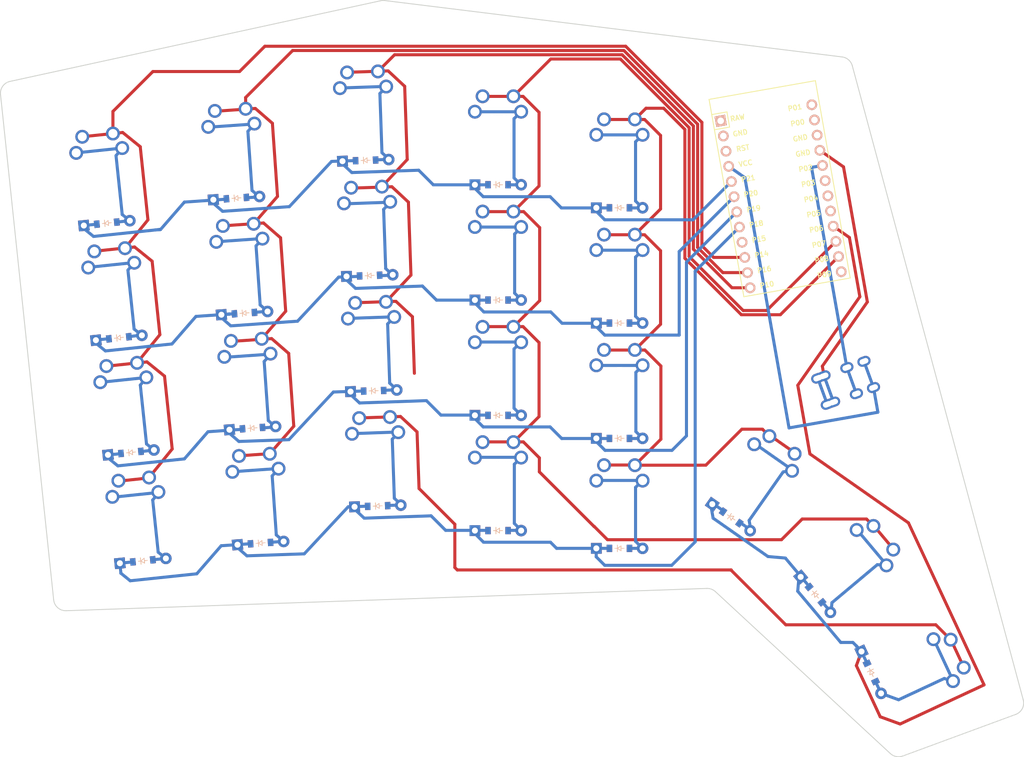
<source format=kicad_pcb>
(kicad_pcb (version 20221018) (generator pcbnew)
  (title_block (title "gurka") (rev "v1.0.0") (company "Unknown"))
  (layers (0 "F.Cu" signal) (31 "B.Cu" signal) (34 "B.Paste" user) (35 "F.Paste" user) (36 "B.SilkS" user "B.Silkscreen") (37 "F.SilkS" user "F.Silkscreen") (38 "B.Mask" user) (39 "F.Mask" user) (44 "Edge.Cuts" user))
  (net 0 "")
  (net 1 "P14")
  (net 2 "pinky_mod")
  (net 3 "pinky_bottom")
  (net 4 "pinky_home")
  (net 5 "pinky_top")
  (net 6 "P16")
  (net 7 "ring_mod")
  (net 8 "ring_bottom")
  (net 9 "ring_home")
  (net 10 "ring_top")
  (net 11 "P10")
  (net 12 "middle_mod")
  (net 13 "middle_bottom")
  (net 14 "middle_home")
  (net 15 "middle_top")
  (net 16 "P7")
  (net 17 "index_mod")
  (net 18 "index_bottom")
  (net 19 "index_home")
  (net 20 "index_top")
  (net 21 "P8")
  (net 22 "inner_mod")
  (net 23 "inner_bottom")
  (net 24 "inner_home")
  (net 25 "inner_top")
  (net 26 "tucky_default")
  (net 27 "reachy_default")
  (net 28 "fary_default")
  (net 29 "P18")
  (net 30 "P19")
  (net 31 "P20")
  (net 32 "P21")
  (net 33 "P6")
  (net 34 "RAW")
  (net 35 "GND")
  (net 36 "RST")
  (net 37 "VCC")
  (net 38 "P15")
  (net 39 "P1")
  (net 40 "P0")
  (net 41 "P2")
  (net 42 "P3")
  (net 43 "P4")
  (net 44 "P5")
  (net 45 "P9")
  (footprint "MX" (layer "F.Cu") (at 102.728972 107.886733 6)
    (fp_text reference "S1" hide)
    (fp_text value "" hide)
  )
  (footprint "ComboDiode" (layer "F.Cu") (at 162.19434 111.322134)
    (fp_text reference "D13" hide)
    (fp_text value "" hide)
  )
  (footprint "ComboDiode" (layer "F.Cu") (at 141.046094 69.290384 2)
    (fp_text reference "D11" hide)
    (fp_text value "" hide)
  )
  (footprint "ComboDiode" (layer "F.Cu") (at 200.600008 109.148985 -35)
    (fp_text reference "D21" hide)
    (fp_text value "" hide)
  )
  (footprint "ComboDiode" (layer "F.Cu") (at 182.194331 114.249997)
    (fp_text reference "D17" hide)
    (fp_text value "" hide)
  )
  (footprint "ComboDiode" (layer "F.Cu") (at 223.669375 134.698397 -65)
    (fp_text reference "D23" hide)
    (fp_text value "" hide)
  )
  (footprint "MX" (layer "F.Cu") (at 141.377662 78.784582 2)
    (fp_text reference "S10" hide)
    (fp_text value "" hide)
  )
  (footprint "MX" (layer "F.Cu") (at 221.765876 115.768917 -50)
    (fp_text reference "S22" hide)
    (fp_text value "" hide)
  )
  (footprint "MX" (layer "F.Cu") (at 162.194332 44.822133)
    (fp_text reference "S16" hide)
    (fp_text value "" hide)
  )
  (footprint "ComboDiode" (layer "F.Cu") (at 214.488441 121.875374 -50)
    (fp_text reference "D22" hide)
    (fp_text value "" hide)
  )
  (footprint "ComboDiode" (layer "F.Cu") (at 162.194336 73.322122)
    (fp_text reference "D15" hide)
    (fp_text value "" hide)
  )
  (footprint "MX" (layer "F.Cu") (at 182.194328 105.622139)
    (fp_text reference "S17" hide)
    (fp_text value "" hide)
  )
  (footprint "MX" (layer "F.Cu") (at 162.194337 63.822132)
    (fp_text reference "S15" hide)
    (fp_text value "" hide)
  )
  (footprint "ComboDiode" (layer "F.Cu") (at 97.763873 60.64695 6)
    (fp_text reference "D4" hide)
    (fp_text value "" hide)
  )
  (footprint "MX" (layer "F.Cu") (at 182.194342 86.622135)
    (fp_text reference "S18" hide)
    (fp_text value "" hide)
  )
  (footprint "MX" (layer "F.Cu") (at 122.420815 103.906561 4)
    (fp_text reference "S5" hide)
    (fp_text value "" hide)
  )
  (footprint "ProMicro" (layer "F.Cu") (at 208.79434 56.222128 -80)
    (fp_text reference "MCU1" hide)
    (fp_text value "" hide)
  )
  (footprint "ComboDiode" (layer "F.Cu") (at 101.735957 98.43876 6)
    (fp_text reference "D2" hide)
    (fp_text value "" hide)
  )
  (footprint "MX" (layer "F.Cu") (at 118.444688 47.045426 4)
    (fp_text reference "S8" hide)
    (fp_text value "" hide)
  )
  (footprint "ComboDiode" (layer "F.Cu") (at 182.194332 58.122118)
    (fp_text reference "D20" hide)
    (fp_text value "" hide)
  )
  (footprint "MX" (layer "F.Cu") (at 98.756896 70.09489 6)
    (fp_text reference "S3" hide)
    (fp_text value "" hide)
  )
  (footprint "MX" (layer "F.Cu") (at 96.770859 51.198982 6)
    (fp_text reference "S4" hide)
    (fp_text value "" hide)
  )
  (footprint "ComboDiode" (layer "F.Cu") (at 182.194339 96.122124)
    (fp_text reference "D18" hide)
    (fp_text value "" hide)
  )
  (footprint "ComboDiode" (layer "F.Cu") (at 121.758128 94.429709 4)
    (fp_text reference "D6" hide)
    (fp_text value "" hide)
  )
  (footprint "ComboDiode" (layer "F.Cu") (at 142.372292 107.267236 2)
    (fp_text reference "D9" hide)
    (fp_text value "" hide)
  )
  (footprint "MX" (layer "F.Cu") (at 162.194335 101.822124)
    (fp_text reference "S13" hide)
    (fp_text value "" hide)
  )
  (footprint "MX" (layer "F.Cu") (at 182.194341 48.622129)
    (fp_text reference "S20" hide)
    (fp_text value "" hide)
  )
  (footprint "TRRS-PJ-320A-dual" (layer "F.Cu") (at 227.045651 86.651302 -70)
    (fp_text reference "TRRS1")
    (fp_text value "TRRS-PJ-320A-dual")
  )
  (footprint "MX" (layer "F.Cu") (at 206.048989 101.367048 -35)
    (fp_text reference "S21" hide)
    (fp_text value "" hide)
  )
  (footprint "ComboDiode" (layer "F.Cu") (at 99.749921 79.542851 6)
    (fp_text reference "D3" hide)
    (fp_text value "" hide)
  )
  (footprint "MX" (layer "F.Cu") (at 140.051473 40.807728 2)
    (fp_text reference "S12" hide)
    (fp_text value "" hide)
  )
  (footprint "ComboDiode" (layer "F.Cu") (at 120.432742 75.475991 4)
    (fp_text reference "D7" hide)
    (fp_text value "" hide)
  )
  (footprint "MX" (layer "F.Cu") (at 162.194338 82.822112)
    (fp_text reference "S14" hide)
    (fp_text value "" hide)
  )
  (footprint "ComboDiode" (layer "F.Cu") (at 162.19432 54.322125)
    (fp_text reference "D16" hide)
    (fp_text value "" hide)
  )
  (footprint "MX" (layer "F.Cu") (at 140.71456 59.796163 2)
    (fp_text reference "S11" hide)
    (fp_text value "" hide)
  )
  (footprint "ComboDiode" (layer "F.Cu") (at 140.383018 50.301939 2)
    (fp_text reference "D12" hide)
    (fp_text value "" hide)
  )
  (footprint "MX" (layer "F.Cu") (at 119.770067 65.999124 4)
    (fp_text reference "S7" hide)
    (fp_text value "" hide)
  )
  (footprint "ComboDiode" (layer "F.Cu") (at 141.709203 88.278797 2)
    (fp_text reference "D10" hide)
    (fp_text value "" hide)
  )
  (footprint "MX" (layer "F.Cu") (at 233.219721 133.747852 -65)
    (fp_text reference "S23" hide)
    (fp_text value "" hide)
  )
  (footprint "ComboDiode" (layer "F.Cu") (at 162.194342 92.322123)
    (fp_text reference "D14" hide)
    (fp_text value "" hide)
  )
  (footprint "MX" (layer "F.Cu") (at 100.742932 88.990808 6)
    (fp_text reference "S2" hide)
    (fp_text value "" hide)
  )
  (footprint "ComboDiode" (layer "F.Cu") (at 123.083499 113.383439 4)
    (fp_text reference "D5" hide)
    (fp_text value "" hide)
  )
  (footprint "ComboDiode" (layer "F.Cu") (at 103.698191 116.305847 6)
    (fp_text reference "D1" hide)
    (fp_text value "" hide)
  )
  (footprint "MX" (layer "F.Cu") (at 121.095459 84.95286 4)
    (fp_text reference "S6" hide)
    (fp_text value "" hide)
  )
  (footprint "ComboDiode" (layer "F.Cu") (at 119.10738 56.52228 4)
    (fp_text reference "D8" hide)
    (fp_text value "" hide)
  )
  (footprint "MX" (layer "F.Cu") (at 182.194341 67.622121)
    (fp_text reference "S19" hide)
    (fp_text value "" hide)
  )
  (footprint "MX" (layer "F.Cu") (at 142.040758 97.773011 2)
    (fp_text reference "S9" hide)
    (fp_text value "" hide)
  )
  (footprint "ComboDiode" (layer "F.Cu") (at 182.194328 77.12212)
    (fp_text reference "D19" hide)
    (fp_text value "" hide)
  )
  (gr_arc (start 91.064833 124.527356) (mid 89.683008 124.037941) (end 89.00614 122.73763) (stroke (width 0.15)) (layer "Edge.Cuts"))
  (gr_arc (start 218.858271 33.257286) (mid 219.924905 33.732305) (end 220.544537 34.721961) (stroke (width 0.15)) (layer "Edge.Cuts"))
  (gr_line (start 89.00614 122.73763) (end 80.252578 39.45304) (stroke (width 0.15)) (layer "Edge.Cuts"))
  (gr_arc (start 196.570439 120.850836) (mid 197.337426 120.975132) (end 197.999171 121.382338) (stroke (width 0.15)) (layer "Edge.Cuts"))
  (gr_line (start 143.532208 23.963815) (end 218.858271 33.257285) (stroke (width 0.15)) (layer "Edge.Cuts"))
  (gr_line (start 226.805721 148.064075) (end 197.999171 121.382338) (stroke (width 0.15)) (layer "Edge.Cuts"))
  (gr_line (start 81.816016 37.289794) (end 142.861706 23.994575) (stroke (width 0.15)) (layer "Edge.Cuts"))
  (gr_arc (start 248.697031 139.219255) (mid 248.542431 140.658149) (end 247.457667 141.61606) (stroke (width 0.15)) (layer "Edge.Cuts"))
  (gr_arc (start 142.861706 23.994575) (mid 143.195657 23.950867) (end 143.532208 23.963815) (stroke (width 0.15)) (layer "Edge.Cuts"))
  (gr_line (start 247.457667 141.61606) (end 228.856586 148.473327) (stroke (width 0.15)) (layer "Edge.Cuts"))
  (gr_line (start 220.544537 34.721961) (end 248.697031 139.219255) (stroke (width 0.15)) (layer "Edge.Cuts"))
  (gr_arc (start 80.252578 39.45304) (mid 80.620655 38.072467) (end 81.816016 37.289794) (stroke (width 0.15)) (layer "Edge.Cuts"))
  (gr_arc (start 228.856587 148.47333) (mid 227.773401 148.558115) (end 226.805721 148.064075) (stroke (width 0.15)) (layer "Edge.Cuts"))
  (gr_line (start 196.570438 120.850846) (end 91.064833 124.527355) (stroke (width 0.15)) (layer "Edge.Cuts"))
  (segment (start 195.769239 44.045447) (end 195.769233 64.365456) (width 0.5) (layer "F.Cu") (net 1))
  (segment (start 108.527947 97.871641) (end 107.266019 85.865206) (width 0.5) (layer "F.Cu") (net 1))
  (segment (start 197.704038 66.300275) (end 202.833843 66.300261) (width 0.5) (layer "F.Cu") (net 1))
  (segment (start 183.221633 31.49785) (end 195.769239 44.045447) (width 0.5) (layer "F.Cu") (net 1))
  (segment (start 102.738009 83.673131) (end 106.496695 79.031557) (width 0.5) (layer "F.Cu") (net 1))
  (segment (start 105.22422 66.92487) (end 102.332733 64.583402) (width 0.5) (layer "F.Cu") (net 1))
  (segment (start 98.765941 45.881309) (end 98.76594 42.24275) (width 0.5) (layer "F.Cu") (net 1))
  (segment (start 99.756562 103.164035) (end 104.808741 102.63303) (width 0.5) (layer "F.Cu") (net 1))
  (segment (start 106.496695 79.031557) (end 105.22422 66.92487) (width 0.5) (layer "F.Cu") (net 1))
  (segment (start 195.769233 64.365456) (end 197.704038 66.300275) (width 0.5) (layer "F.Cu") (net 1))
  (segment (start 123.785632 31.497866) (end 183.221633 31.49785) (width 0.5) (layer "F.Cu") (net 1))
  (segment (start 93.713759 46.412307) (end 98.765939 45.881312) (width 0.5) (layer "F.Cu") (net 1))
  (segment (start 104.532076 60.109198) (end 103.265006 48.05382) (width 0.5) (layer "F.Cu") (net 1))
  (segment (start 104.374529 83.523734) (end 97.714774 84.223692) (width 0.5) (layer "F.Cu") (net 1))
  (segment (start 100.751987 64.777222) (end 104.532076 60.109198) (width 0.5) (layer "F.Cu") (net 1))
  (segment (start 105.345241 35.66345) (end 119.620037 35.663461) (width 0.5) (layer "F.Cu") (net 1))
  (segment (start 102.332733 64.583402) (end 95.672984 65.283371) (width 0.5) (layer "F.Cu") (net 1))
  (segment (start 107.266019 85.865206) (end 104.374529 83.523734) (width 0.5) (layer "F.Cu") (net 1))
  (segment (start 98.76594 42.24275) (end 105.345241 35.66345) (width 0.5) (layer "F.Cu") (net 1))
  (segment (start 100.373515 45.712341) (end 98.765939 45.881312) (width 0.5) (layer "F.Cu") (net 1))
  (segment (start 104.72405 102.569055) (end 108.527947 97.871641) (width 0.5) (layer "F.Cu") (net 1))
  (segment (start 103.265006 48.05382) (end 100.373515 45.712341) (width 0.5) (layer "F.Cu") (net 1))
  (segment (start 119.620037 35.663461) (end 123.785632 31.497866) (width 0.5) (layer "F.Cu") (net 1))
  (segment (start 98.759031 105.82286) (end 106.337274 105.026358) (width 0.5) (layer "B.Cu") (net 2))
  (segment (start 106.337274 105.026358) (end 105.32001 106.282583) (width 0.5) (layer "B.Cu") (net 2))
  (segment (start 105.32001 106.282583) (end 106.224133 114.88468) (width 0.5) (layer "B.Cu") (net 2))
  (segment (start 107.487326 115.907591) (end 105.33915 116.133369) (width 0.5) (layer "B.Cu") (net 2))
  (segment (start 106.224133 114.88468) (end 107.487326 115.907591) (width 0.5) (layer "B.Cu") (net 2))
  (segment (start 96.717243 86.882545) (end 104.295497 86.086039) (width 0.5) (layer "B.Cu") (net 3))
  (segment (start 104.297796 97.04281) (end 105.55402 98.060068) (width 0.5) (layer "B.Cu") (net 3))
  (segment (start 105.55402 98.060068) (end 103.405855 98.285871) (width 0.5) (layer "B.Cu") (net 3))
  (segment (start 103.278238 87.342251) (end 104.297796 97.04281) (width 0.5) (layer "B.Cu") (net 3))
  (segment (start 104.295497 86.086039) (end 103.278238 87.342251) (width 0.5) (layer "B.Cu") (net 3))
  (segment (start 94.675442 67.942211) (end 102.253707 67.145696) (width 0.5) (layer "B.Cu") (net 4))
  (segment (start 103.512227 79.119749) (end 101.364051 79.345518) (width 0.5) (layer "B.Cu") (net 4))
  (segment (start 102.253707 67.145696) (end 101.236439 68.401914) (width 0.5) (layer "B.Cu") (net 4))
  (segment (start 101.236439 68.401914) (end 102.256017 78.102476) (width 0.5) (layer "B.Cu") (net 4))
  (segment (start 102.256017 78.102476) (end 103.512227 79.119749) (width 0.5) (layer "B.Cu") (net 4))
  (segment (start 100.294491 48.274653) (end 99.277215 49.530863) (width 0.5) (layer "B.Cu") (net 5))
  (segment (start 100.29679 59.231425) (end 101.553001 60.248693) (width 0.5) (layer "B.Cu") (net 5))
  (segment (start 101.553001 60.248693) (end 99.404832 60.474459) (width 0.5) (layer "B.Cu") (net 5))
  (segment (start 99.277215 49.530863) (end 100.29679 59.231425) (width 0.5) (layer "B.Cu") (net 5))
  (segment (start 92.716235 49.071137) (end 100.294491 48.274653) (width 0.5) (layer "B.Cu") (net 5))
  (segment (start 116.888369 61.093821) (end 123.5685 60.626711) (width 0.5) (layer "F.Cu") (net 6))
  (segment (start 120.624132 41.800606) (end 120.624145 39.942548) (width 0.5) (layer "F.Cu") (net 6))
  (segment (start 125.87485 56.238754) (end 125.032396 44.191105) (width 0.5) (layer "F.Cu") (net 6))
  (segment (start 121.949519 60.754342) (end 125.87485 56.238754) (width 0.5) (layer "F.Cu") (net 6))
  (segment (start 122.224409 41.750163) (end 115.544278 42.217288) (width 0.5) (layer "F.Cu") (net 6))
  (segment (start 127.714351 82.120414) (end 128.55306 94.114593) (width 0.5) (layer "F.Cu") (net 6))
  (segment (start 195.069234 64.655404) (end 199.215511 68.801681) (width 0.5) (layer "F.Cu") (net 6))
  (segment (start 199.215511 68.801681) (end 203.274908 68.801682) (width 0.5) (layer "F.Cu") (net 6))
  (segment (start 120.624145 39.942548) (end 128.368839 32.197854) (width 0.5) (layer "F.Cu") (net 6))
  (segment (start 124.906341 79.679457) (end 127.714351 82.120414) (width 0.5) (layer "F.Cu") (net 6))
  (segment (start 195.069231 44.340184) (end 195.069234 64.655404) (width 0.5) (layer "F.Cu") (net 6))
  (segment (start 123.5685 60.626711) (end 126.376504 63.067659) (width 0.5) (layer "F.Cu") (net 6))
  (segment (start 182.926921 32.197852) (end 195.069231 44.340184) (width 0.5) (layer "F.Cu") (net 6))
  (segment (start 128.368839 32.197854) (end 182.926921 32.197852) (width 0.5) (layer "F.Cu") (net 6))
  (segment (start 127.222561 75.166771) (end 123.274885 79.708051) (width 0.5) (layer "F.Cu") (net 6))
  (segment (start 118.226215 80.146585) (end 124.906341 79.679457) (width 0.5) (layer "F.Cu") (net 6))
  (segment (start 126.376504 63.067659) (end 127.222561 75.166771) (width 0.5) (layer "F.Cu") (net 6))
  (segment (start 128.55306 94.114593) (end 124.600258 98.661762) (width 0.5) (layer "F.Cu") (net 6))
  (segment (start 125.032396 44.191105) (end 122.224409 41.750163) (width 0.5) (layer "F.Cu") (net 6))
  (segment (start 119.544454 98.998153) (end 124.612058 98.643802) (width 0.5) (layer "F.Cu") (net 6))
  (segment (start 124.99568 102.308967) (end 125.676076 112.039203) (width 0.5) (layer "B.Cu") (net 7))
  (segment (start 126.056163 101.089006) (end 124.99568 102.308967) (width 0.5) (layer "B.Cu") (net 7))
  (segment (start 125.676076 112.039203) (end 126.89604 113.099677) (width 0.5) (layer "B.Cu") (net 7))
  (segment (start 118.454725 101.62056) (end 126.056163 101.089006) (width 0.5) (layer "B.Cu") (net 7))
  (segment (start 126.89604 113.099677) (end 124.74129 113.250365) (width 0.5) (layer "B.Cu") (net 7))
  (segment (start 117.136496 82.769007) (end 124.737925 82.237443) (width 0.5) (layer "B.Cu") (net 8))
  (segment (start 125.577786 94.248121) (end 123.423063 94.398779) (width 0.5) (layer "B.Cu") (net 8))
  (segment (start 123.677447 83.457402) (end 124.357851 93.187631) (width 0.5) (layer "B.Cu") (net 8))
  (segment (start 124.737925 82.237443) (end 123.677447 83.457402) (width 0.5) (layer "B.Cu") (net 8))
  (segment (start 124.357851 93.187631) (end 125.577786 94.248121) (width 0.5) (layer "B.Cu") (net 8))
  (segment (start 115.798665 63.716227) (end 123.400085 63.184687) (width 0.5) (layer "B.Cu") (net 9))
  (segment (start 122.3396 64.404639) (end 123.02 74.134873) (width 0.5) (layer "B.Cu") (net 9))
  (segment (start 123.400085 63.184687) (end 122.3396 64.404639) (width 0.5) (layer "B.Cu") (net 9))
  (segment (start 123.02 74.134873) (end 124.239953 75.195355) (width 0.5) (layer "B.Cu") (net 9))
  (segment (start 124.239953 75.195355) (end 122.085218 75.346038) (width 0.5) (layer "B.Cu") (net 9))
  (segment (start 120.995504 45.528088) (end 121.675888 55.258324) (width 0.5) (layer "B.Cu") (net 10))
  (segment (start 122.05599 44.308132) (end 120.995504 45.528088) (width 0.5) (layer "B.Cu") (net 10))
  (segment (start 114.454535 44.839676) (end 122.05599 44.308132) (width 0.5) (layer "B.Cu") (net 10))
  (segment (start 121.675888 55.258324) (end 122.895842 56.31881) (width 0.5) (layer "B.Cu") (net 10))
  (segment (start 122.895842 56.31881) (end 120.741105 56.469482) (width 0.5) (layer "B.Cu") (net 10))
  (segment (start 200.595229 117.807042) (end 155.48484 117.807059) (width 0.5) (layer "F.Cu") (net 11))
  (segment (start 142.412639 35.642179) (end 145.15697 32.897854) (width 0.5) (layer "F.Cu") (net 11))
  (segment (start 236.838956 129.412091) (end 238.985854 134.01613) (width 0.5) (layer "F.Cu") (net 11))
  (segment (start 200.726968 71.303095) (end 203.715966 71.303097) (width 0.5) (layer "F.Cu") (net 11))
  (segment (start 234.30084 126.849466) (end 236.750309 129.298925) (width 0.5) (layer "F.Cu") (net 11))
  (segment (start 149.18269 104.38363) (end 148.857031 95.057728) (width 0.5) (layer "F.Cu") (net 11))
  (segment (start 194.369238 44.630128) (end 194.369242 64.94536) (width 0.5) (layer "F.Cu") (net 11))
  (segment (start 148.857031 95.057728) (end 146.135922 92.520253) (width 0.5) (layer "F.Cu") (net 11))
  (segment (start 147.852636 69.207508) (end 143.738811 73.619032) (width 0.5) (layer "F.Cu") (net 11))
  (segment (start 194.369242 64.94536) (end 200.726968 71.303095) (width 0.5) (layer "F.Cu") (net 11))
  (segment (start 155.48484 117.807059) (end 155.078442 117.400666) (width 0.5) (layer "F.Cu") (net 11))
  (segment (start 138.678972 73.769878) (end 143.755865 73.59258) (width 0.5) (layer "F.Cu") (net 11))
  (segment (start 155.078435 110.279372) (end 149.18269 104.38363) (width 0.5) (layer "F.Cu") (net 11))
  (segment (start 147.432919 57.18755) (end 147.852636 69.207508) (width 0.5) (layer "F.Cu") (net 11))
  (segment (start 144.520458 92.576667) (end 139.443559 92.75395) (width 0.5) (layer "F.Cu") (net 11))
  (segment (start 148.09242 76.073636) (end 148.418103 85.399533) (width 0.5) (layer "F.Cu") (net 11))
  (segment (start 144.095959 35.559146) (end 146.817071 38.096619) (width 0.5) (layer "F.Cu") (net 11))
  (segment (start 145.371327 73.536176) (end 148.09242 76.073636) (width 0.5) (layer "F.Cu") (net 11))
  (segment (start 209.586833 126.849462) (end 200.595243 117.857856) (width 0.5) (layer "F.Cu") (net 11))
  (segment (start 147.238554 50.166532) (end 143.075736 54.630613) (width 0.5) (layer "F.Cu") (net 11))
  (segment (start 146.817071 38.096619) (end 147.238554 50.166532) (width 0.5) (layer "F.Cu") (net 11))
  (segment (start 137.403593 35.792852) (end 144.095959 35.559146) (width 0.5) (layer "F.Cu") (net 11))
  (segment (start 146.135922 92.520253) (end 144.520458 92.576667) (width 0.5) (layer "F.Cu") (net 11))
  (segment (start 144.711806 54.65009) (end 147.432919 57.18755) (width 0.5) (layer "F.Cu") (net 11))
  (segment (start 145.15697 32.897854) (end 182.636955 32.897858) (width 0.5) (layer "F.Cu") (net 11))
  (segment (start 143.755865 73.59258) (end 145.371327 73.536176) (width 0.5) (layer "F.Cu") (net 11))
  (segment (start 138.019418 54.883793) (end 144.711806 54.65009) (width 0.5) (layer "F.Cu") (net 11))
  (segment (start 182.636955 32.897858) (end 194.369238 44.630128) (width 0.5) (layer "F.Cu") (net 11))
  (segment (start 155.078442 117.400666) (end 155.078435 110.279372) (width 0.5) (layer "F.Cu") (net 11))
  (segment (start 200.595243 117.857856) (end 200.595229 117.807042) (width 0.5) (layer "F.Cu") (net 11))
  (segment (start 209.586833 126.849462) (end 234.30084 126.849466) (width 0.5) (layer "F.Cu") (net 11))
  (segment (start 138.262976 95.336741) (end 145.878336 95.070797) (width 0.5) (layer "B.Cu") (net 12))
  (segment (start 146.298524 107.103458) (end 144.13984 107.17884) (width 0.5) (layer "B.Cu") (net 12))
  (segment (start 144.77591 96.252996) (end 145.116304 106.001041) (width 0.5) (layer "B.Cu") (net 12))
  (segment (start 145.116304 106.001041) (end 146.298524 107.103458) (width 0.5) (layer "B.Cu") (net 12))
  (segment (start 145.878336 95.070797) (end 144.77591 96.252996) (width 0.5) (layer "B.Cu") (net 12))
  (segment (start 144.35172 87.016956) (end 145.533922 88.119383) (width 0.5) (layer "B.Cu") (net 13))
  (segment (start 145.113739 76.086717) (end 144.011308 77.268909) (width 0.5) (layer "B.Cu") (net 13))
  (segment (start 145.533922 88.119383) (end 143.375235 88.194768) (width 0.5) (layer "B.Cu") (net 13))
  (segment (start 137.498355 76.352655) (end 145.113739 76.086717) (width 0.5) (layer "B.Cu") (net 13))
  (segment (start 144.011308 77.268909) (end 144.35172 87.016956) (width 0.5) (layer "B.Cu") (net 13))
  (segment (start 143.351799 58.382823) (end 143.692209 68.130873) (width 0.5) (layer "B.Cu") (net 14))
  (segment (start 136.838849 57.466548) (end 144.454207 57.200626) (width 0.5) (layer "B.Cu") (net 14))
  (segment (start 143.692209 68.130873) (end 144.874401 69.233293) (width 0.5) (layer "B.Cu") (net 14))
  (segment (start 144.454207 57.200626) (end 143.351799 58.382823) (width 0.5) (layer "B.Cu") (net 14))
  (segment (start 144.874401 69.233293) (end 142.715713 69.308679) (width 0.5) (layer "B.Cu") (net 14))
  (segment (start 143.838372 38.109692) (end 142.735959 39.291883) (width 0.5) (layer "B.Cu") (net 15))
  (segment (start 142.735959 39.291883) (end 143.076372 49.039927) (width 0.5) (layer "B.Cu") (net 15))
  (segment (start 136.223008 38.375627) (end 143.838372 38.109692) (width 0.5) (layer "B.Cu") (net 15))
  (segment (start 143.076372 49.039927) (end 144.258568 50.142355) (width 0.5) (layer "B.Cu") (net 15))
  (segment (start 144.258568 50.142355) (end 142.099886 50.21774) (width 0.5) (layer "B.Cu") (net 15))
  (segment (start 178.040046 110.644247) (end 180.223371 112.827584) (width 0.5) (layer "F.Cu") (net 16))
  (segment (start 169.000733 99.334516) (end 169.000729 101.638077) (width 0.5) (layer "F.Cu") (net 16))
  (segment (start 159.67342 96.703621) (end 166.369846 96.703623) (width 0.5) (layer "F.Cu") (net 16))
  (segment (start 208.876714 112.827587) (end 212.289512 109.414798) (width 0.5) (layer "F.Cu") (net 16))
  (segment (start 168.949959 92.526521) (end 164.734335 96.742121) (width 0.5) (layer "F.Cu") (net 16))
  (segment (start 206.447977 75.048197) (end 217.842316 63.653875) (width 0.5) (layer "F.Cu") (net 16))
  (segment (start 166.319054 39.756825) (end 168.949946 42.387693) (width 0.5) (layer "F.Cu") (net 16))
  (segment (start 212.289512 109.414798) (end 222.881684 109.414783) (width 0.5) (layer "F.Cu") (net 16))
  (segment (start 170.87862 33.597853) (end 182.347027 33.597862) (width 0.5) (layer "F.Cu") (net 16))
  (segment (start 169.051541 61.386901) (end 169.051559 73.42492) (width 0.5) (layer "F.Cu") (net 16))
  (segment (start 159.622619 77.704427) (end 166.319061 77.704418) (width 0.5) (layer "F.Cu") (net 16))
  (segment (start 193.66924 66.155783) (end 202.56165 75.048193) (width 0.5) (layer "F.Cu") (net 16))
  (segment (start 168.949946 42.387693) (end 168.949939 54.526524) (width 0.5) (layer "F.Cu") (net 16))
  (segment (start 166.369846 96.703623) (end 169.000733 99.334516) (width 0.5) (layer "F.Cu") (net 16))
  (segment (start 168.949939 54.526524) (end 164.734334 58.742117) (width 0.5) (layer "F.Cu") (net 16))
  (segment (start 169.000729 101.638077) (end 178.006917 110.644262) (width 0.5) (layer "F.Cu") (net 16))
  (segment (start 168.949952 80.335302) (end 168.949959 92.526521) (width 0.5) (layer "F.Cu") (net 16))
  (segment (start 178.006917 110.644262) (end 178.040046 110.644247) (width 0.5) (layer "F.Cu") (net 16))
  (segment (start 166.420658 58.756013) (end 169.051541 61.386901) (width 0.5) (layer "F.Cu") (net 16))
  (segment (start 159.622625 39.756837) (end 166.319054 39.756825) (width 0.5) (layer "F.Cu") (net 16))
  (segment (start 193.669243 44.920086) (end 193.66924 66.155783) (width 0.5) (layer "F.Cu") (net 16))
  (segment (start 224.135236 110.581771) (end 227.400581 114.473268) (width 0.5) (layer "F.Cu") (net 16))
  (segment (start 180.223371 112.827584) (end 208.876714 112.827587) (width 0.5) (layer "F.Cu") (net 16))
  (segment (start 169.051559 73.42492) (end 164.734333 77.742141) (width 0.5) (layer "F.Cu") (net 16))
  (segment (start 182.347027 33.597862) (end 193.669243 44.920086) (width 0.5) (layer "F.Cu") (net 16))
  (segment (start 202.56165 75.048193) (end 206.447977 75.048197) (width 0.5) (layer "F.Cu") (net 16))
  (segment (start 164.734336 39.742129) (end 170.87862 33.597853) (width 0.5) (layer "F.Cu") (net 16))
  (segment (start 159.724222 58.756017) (end 166.420658 58.756013) (width 0.5) (layer "F.Cu") (net 16))
  (segment (start 222.881684 109.414783) (end 224.024684 110.557797) (width 0.5) (layer "F.Cu") (net 16))
  (segment (start 166.319061 77.704418) (end 168.949952 80.335302) (width 0.5) (layer "F.Cu") (net 16))
  (segment (start 164.880405 110.140612) (end 166.023418 111.28362) (width 0.5) (layer "B.Cu") (net 17))
  (segment (start 166.023406 99.243623) (end 164.880422 100.386626) (width 0.5) (layer "B.Cu") (net 17))
  (segment (start 166.023418 111.28362) (end 163.863413 111.283619) (width 0.5) (layer "B.Cu") (net 17))
  (segment (start 164.880422 100.386626) (end 164.880405 110.140612) (width 0.5) (layer "B.Cu") (net 17))
  (segment (start 158.40343 99.243618) (end 166.023406 99.243623) (width 0.5) (layer "B.Cu") (net 17))
  (segment (start 165.97261 92.284418) (end 163.812608 92.284415) (width 0.5) (layer "B.Cu") (net 18))
  (segment (start 164.82961 91.14142) (end 165.97261 92.284418) (width 0.5) (layer "B.Cu") (net 18))
  (segment (start 164.82961 81.387416) (end 164.82961 91.14142) (width 0.5) (layer "B.Cu") (net 18))
  (segment (start 165.972603 80.244408) (end 164.82961 81.387416) (width 0.5) (layer "B.Cu") (net 18))
  (segment (start 158.352613 80.244429) (end 165.972603 80.244408) (width 0.5) (layer "B.Cu") (net 18))
  (segment (start 164.931218 72.193007) (end 166.074217 73.336024) (width 0.5) (layer "B.Cu") (net 19))
  (segment (start 158.454216 61.296018) (end 166.074213 61.29601) (width 0.5) (layer "B.Cu") (net 19))
  (segment (start 166.074217 73.336024) (end 163.914211 73.336013) (width 0.5) (layer "B.Cu") (net 19))
  (segment (start 164.93121 62.439017) (end 164.931218 72.193007) (width 0.5) (layer "B.Cu") (net 19))
  (segment (start 166.074213 61.29601) (end 164.93121 62.439017) (width 0.5) (layer "B.Cu") (net 19))
  (segment (start 164.829612 53.193829) (end 165.972614 54.33682) (width 0.5) (layer "B.Cu") (net 20))
  (segment (start 165.972614 54.33682) (end 163.812601 54.336831) (width 0.5) (layer "B.Cu") (net 20))
  (segment (start 165.972623 42.296807) (end 164.829604 43.439826) (width 0.5) (layer "B.Cu") (net 20))
  (segment (start 158.352617 42.296814) (end 165.972623 42.296807) (width 0.5) (layer "B.Cu") (net 20))
  (segment (start 164.829604 43.439826) (end 164.829612 53.193829) (width 0.5) (layer "B.Cu") (net 20))
  (segment (start 184.734338 100.542135) (end 195.558954 100.542145) (width 0.5) (layer "F.Cu") (net 21))
  (segment (start 192.969233 66.445728) (end 202.271707 75.748202) (width 0.5) (layer "F.Cu") (net 21))
  (segment (start 188.965148 58.311329) (end 184.73435 62.542119) (width 0.5) (layer "F.Cu") (net 21))
  (segment (start 208.69046 75.748204) (end 218.283377 66.155292) (width 0.5) (layer "F.Cu") (net 21))
  (segment (start 202.358814 94.605886) (end 205.739111 94.60588) (width 0.5) (layer "F.Cu") (net 21))
  (segment (start 205.739111 94.60588) (end 206.882107 95.748865) (width 0.5) (layer "F.Cu") (net 21))
  (segment (start 188.965141 46.197692) (end 188.965148 58.311329) (width 0.5) (layer "F.Cu") (net 21))
  (segment (start 188.965141 77.311315) (end 184.734343 81.542123) (width 0.5) (layer "F.Cu") (net 21))
  (segment (start 195.558954 100.542145) (end 195.566034 100.535061) (width 0.5) (layer "F.Cu") (net 21))
  (segment (start 179.688618 81.565224) (end 186.385065 81.565219) (width 0.5) (layer "F.Cu") (net 21))
  (segment (start 186.564266 41.712189) (end 189.471412 41.712192) (width 0.5) (layer "F.Cu") (net 21))
  (segment (start 179.637816 62.566023) (end 186.334267 62.566028) (width 0.5) (layer "F.Cu") (net 21))
  (segment (start 188.965147 65.196904) (end 188.965141 77.311315) (width 0.5) (layer "F.Cu") (net 21))
  (segment (start 189.015927 84.196111) (end 189.015954 96.260528) (width 0.5) (layer "F.Cu") (net 21))
  (segment (start 195.566034 100.535061) (end 196.429649 100.535066) (width 0.5) (layer "F.Cu") (net 21))
  (segment (start 179.637814 100.513619) (end 184.717808 100.513611) (width 0.5) (layer "F.Cu") (net 21))
  (segment (start 186.334247 43.566813) (end 188.965141 46.197692) (width 0.5) (layer "F.Cu") (net 21))
  (segment (start 189.471412 41.712192) (end 192.969241 45.210027) (width 0.5) (layer "F.Cu") (net 21))
  (segment (start 192.969241 45.210027) (end 192.969233 66.445728) (width 0.5) (layer "F.Cu") (net 21))
  (segment (start 186.385065 81.565219) (end 189.015927 84.196111) (width 0.5) (layer "F.Cu") (net 21))
  (segment (start 189.015954 96.260528) (end 184.73434 100.542131) (width 0.5) (layer "F.Cu") (net 21))
  (segment (start 184.734344 43.542123) (end 186.564266 41.712189) (width 0.5) (layer "F.Cu") (net 21))
  (segment (start 202.271707 75.748202) (end 208.69046 75.748204) (width 0.5) (layer "F.Cu") (net 21))
  (segment (start 196.429649 100.535066) (end 202.358814 94.605886) (width 0.5) (layer "F.Cu") (net 21))
  (segment (start 206.995189 95.652876) (end 211.156466 98.566662) (width 0.5) (layer "F.Cu") (net 21))
  (segment (start 186.334267 62.566028) (end 188.965147 65.196904) (width 0.5) (layer "F.Cu") (net 21))
  (segment (start 179.637808 43.566815) (end 186.334247 43.566813) (width 0.5) (layer "F.Cu") (net 21))
  (segment (start 178.367807 103.053623) (end 185.987816 103.053619) (width 0.5) (layer "B.Cu") (net 22))
  (segment (start 185.987816 103.053619) (end 184.844817 104.196619) (width 0.5) (layer "B.Cu") (net 22))
  (segment (start 186.004339 114.249992) (end 183.844336 114.249988) (width 0.5) (layer "B.Cu") (net 22))
  (segment (start 184.844808 113.090462) (end 186.004339 114.249992) (width 0.5) (layer "B.Cu") (net 22))
  (segment (start 184.844817 104.196619) (end 184.844808 113.090462) (width 0.5) (layer "B.Cu") (net 22))
  (segment (start 184.895614 85.248218) (end 184.895614 95.002221) (width 0.5) (layer "B.Cu") (net 23))
  (segment (start 186.038626 96.145216) (end 183.878613 96.145204) (width 0.5) (layer "B.Cu") (net 23))
  (segment (start 186.038614 84.105196) (end 184.895614 85.248218) (width 0.5) (layer "B.Cu") (net 23))
  (segment (start 178.41861 84.105232) (end 186.038614 84.105196) (width 0.5) (layer "B.Cu") (net 23))
  (segment (start 184.895614 95.002221) (end 186.038626 96.145216) (width 0.5) (layer "B.Cu") (net 23))
  (segment (start 184.844808 66.249021) (end 184.844812 76.003019) (width 0.5) (layer "B.Cu") (net 24))
  (segment (start 184.844812 76.003019) (end 185.98782 77.146016) (width 0.5) (layer "B.Cu") (net 24))
  (segment (start 185.98782 77.146016) (end 183.827809 77.146032) (width 0.5) (layer "B.Cu") (net 24))
  (segment (start 178.367816 65.106016) (end 185.987815 65.106016) (width 0.5) (layer "B.Cu") (net 24))
  (segment (start 185.987815 65.106016) (end 184.844808 66.249021) (width 0.5) (layer "B.Cu") (net 24))
  (segment (start 184.844826 47.24982) (end 184.844827 57.003819) (width 0.5) (layer "B.Cu") (net 25))
  (segment (start 185.987807 46.106814) (end 184.844826 47.24982) (width 0.5) (layer "B.Cu") (net 25))
  (segment (start 184.844827 57.003819) (end 185.98782 58.146804) (width 0.5) (layer "B.Cu") (net 25))
  (segment (start 185.98782 58.146804) (end 183.827809 58.146827) (width 0.5) (layer "B.Cu") (net 25))
  (segment (start 178.367817 46.10682) (end 185.987807 46.106814) (width 0.5) (layer "B.Cu") (net 25))
  (segment (start 203.553364 109.646447) (end 203.834061 111.238327) (width 0.5) (layer "B.Cu") (net 26))
  (segment (start 209.148022 101.656436) (end 203.553364 109.646447) (width 0.5) (layer "B.Cu") (net 26))
  (segment (start 204.497986 97.005102) (end 210.739926 101.37574) (width 0.5) (layer "B.Cu") (net 26))
  (segment (start 210.739926 101.37574) (end 209.148022 101.656436) (width 0.5) (layer "B.Cu") (net 26))
  (segment (start 203.834061 111.238327) (end 202.064704 109.999413) (width 0.5) (layer "B.Cu") (net 26))
  (segment (start 224.66087 116.937948) (end 217.188881 123.207697) (width 0.5) (layer "B.Cu") (net 27))
  (segment (start 226.271184 117.078834) (end 224.66087 116.937948) (width 0.5) (layer "B.Cu") (net 27))
  (segment (start 217.047996 124.81799) (end 215.659594 123.163328) (width 0.5) (layer "B.Cu") (net 27))
  (segment (start 217.188881 123.207697) (end 217.047996 124.81799) (width 0.5) (layer "B.Cu") (net 27))
  (segment (start 221.373141 111.241577) (end 226.271184 117.078834) (width 0.5) (layer "B.Cu") (net 27))
  (segment (start 226.43042 138.570313) (end 225.279552 138.151444) (width 0.5) (layer "B.Cu") (net 28))
  (segment (start 225.279552 138.151444) (end 224.366697 136.193815) (width 0.5) (layer "B.Cu") (net 28))
  (segment (start 234.000202 129.334527) (end 237.220549 136.240589) (width 0.5) (layer "B.Cu") (net 28))
  (segment (start 228.165541 139.201856) (end 226.43042 138.570313) (width 0.5) (layer "B.Cu") (net 28))
  (segment (start 237.220549 136.240589) (end 235.701589 135.68773) (width 0.5) (layer "B.Cu") (net 28))
  (segment (start 235.701589 135.68773) (end 228.165541 139.201856) (width 0.5) (layer "B.Cu") (net 28))
  (segment (start 137.501089 107.410674) (end 130.281185 115.153051) (width 0.5) (layer "B.Cu") (net 29))
  (segment (start 116.597733 113.819801) (end 112.57991 118.441796) (width 0.5) (layer "B.Cu") (net 29))
  (segment (start 120.830044 115.483107) (end 119.333096 114.181826) (width 0.5) (layer "B.Cu") (net 29))
  (segment (start 121.449334 113.480559) (end 116.597733 113.819801) (width 0.5) (layer "B.Cu") (net 29))
  (segment (start 160.563401 111.283612) (end 153.564536 111.28362) (width 0.5) (layer "B.Cu") (net 29))
  (segment (start 102.057225 116.47832) (end 99.909069 116.704094) (width 0.5) (layer "B.Cu") (net 29))
  (segment (start 153.564536 111.28362) (end 151.169925 108.889005) (width 0.5) (layer "B.Cu") (net 29))
  (segment (start 171.841457 114.249988) (end 170.829562 113.23808) (width 0.5) (layer "B.Cu") (net 29))
  (segment (start 140.841857 107.294022) (end 137.501089 107.410674) (width 0.5) (layer "B.Cu") (net 29))
  (segment (start 130.281185 115.153051) (end 120.830044 115.483107) (width 0.5) (layer "B.Cu") (net 29))
  (segment (start 112.57991 118.441796) (end 101.616691 119.594076) (width 0.5) (layer "B.Cu") (net 29))
  (segment (start 194.6656 68.583553) (end 201.951703 61.29745) (width 0.5) (layer "B.Cu") (net 29))
  (segment (start 140.153047 109.273734) (end 138.702432 107.921007) (width 0.5) (layer "B.Cu") (net 29))
  (segment (start 178.367809 115.645563) (end 179.770341 117.048097) (width 0.5) (layer "B.Cu") (net 29))
  (segment (start 180.544335 114.249986) (end 178.384339 114.249996) (width 0.5) (layer "B.Cu") (net 29))
  (segment (start 151.169925 108.889005) (end 140.153047 109.273734) (width 0.5) (layer "B.Cu") (net 29))
  (segment (start 100.080879 118.338862) (end 99.909069 116.704094) (width 0.5) (layer "B.Cu") (net 29))
  (segment (start 194.6656 113.176447) (end 194.6656 68.583553) (width 0.5) (layer "B.Cu") (net 29))
  (segment (start 178.367809 114.266507) (end 178.367809 115.645563) (width 0.5) (layer "B.Cu") (net 29))
  (segment (start 178.384339 114.249996) (end 171.841457 114.249988) (width 0.5) (layer "B.Cu") (net 29))
  (segment (start 101.616691 119.594076) (end 100.075239 118.345819) (width 0.5) (layer "B.Cu") (net 29))
  (segment (start 100.075239 118.345819) (end 100.080879 118.338862) (width 0.5) (layer "B.Cu") (net 29))
  (segment (start 178.384339 114.249996) (end 178.367809 114.266507) (width 0.5) (layer "B.Cu") (net 29))
  (segment (start 179.770341 117.048097) (end 190.793952 117.048095) (width 0.5) (layer "B.Cu") (net 29))
  (segment (start 190.793952 117.048095) (end 194.6656 113.176447) (width 0.5) (layer "B.Cu") (net 29))
  (segment (start 170.829562 113.23808) (end 159.80596 113.238103) (width 0.5) (layer "B.Cu") (net 29))
  (segment (start 159.80596 113.238103) (end 158.403402 111.835568) (width 0.5) (layer "B.Cu") (net 29))
  (segment (start 159.755135 94.238889) (end 158.352611 92.836358) (width 0.5) (layer "B.Cu") (net 30))
  (segment (start 190.844727 98.099685) (end 193.229228 95.715201) (width 0.5) (layer "B.Cu") (net 30))
  (segment (start 193.229228 95.715201) (end 193.229236 67.077436) (width 0.5) (layer "B.Cu") (net 30))
  (segment (start 193.229236 67.077436) (end 201.510629 58.796041) (width 0.5) (layer "B.Cu") (net 30))
  (segment (start 150.405327 89.904936) (end 139.388451 90.289646) (width 0.5) (layer "B.Cu") (net 30))
  (segment (start 152.784815 92.284428) (end 150.405327 89.904936) (width 0.5) (layer "B.Cu") (net 30))
  (segment (start 172.685079 96.14522) (end 170.778749 94.238898) (width 0.5) (layer "B.Cu") (net 30))
  (segment (start 178.418635 96.697153) (end 179.821146 98.09969) (width 0.5) (layer "B.Cu") (net 30))
  (segment (start 180.578621 96.14521) (end 172.685079 96.14522) (width 0.5) (layer "B.Cu") (net 30))
  (segment (start 127.746309 96.343976) (end 119.511811 96.631545) (width 0.5) (layer "B.Cu") (net 30))
  (segment (start 160.512608 92.284417) (end 152.784815 92.284428) (width 0.5) (layer "B.Cu") (net 30))
  (segment (start 139.388451 90.289646) (end 137.937832 88.936922) (width 0.5) (layer "B.Cu") (net 30))
  (segment (start 110.538112 99.501475) (end 99.574882 100.653738) (width 0.5) (layer "B.Cu") (net 30))
  (segment (start 99.574882 100.653738) (end 98.033452 99.405483) (width 0.5) (layer "B.Cu") (net 30))
  (segment (start 140.077245 88.309934) (end 135.075293 88.484604) (width 0.5) (layer "B.Cu") (net 30))
  (segment (start 119.511811 96.631545) (end 118.014857 95.330239) (width 0.5) (layer "B.Cu") (net 30))
  (segment (start 114.426955 95.027856) (end 110.538112 99.501475) (width 0.5) (layer "B.Cu") (net 30))
  (segment (start 100.123936 98.630798) (end 97.975762 98.856591) (width 0.5) (layer "B.Cu") (net 30))
  (segment (start 170.778749 94.238898) (end 159.755135 94.238889) (width 0.5) (layer "B.Cu") (net 30))
  (segment (start 120.131094 94.628985) (end 114.426955 95.027856) (width 0.5) (layer "B.Cu") (net 30))
  (segment (start 135.075293 88.484604) (end 127.746309 96.343976) (width 0.5) (layer "B.Cu") (net 30))
  (segment (start 179.821146 98.09969) (end 190.844727 98.099685) (width 0.5) (layer "B.Cu") (net 30))
  (segment (start 98.082145 79.690474) (end 95.933986 79.916252) (width 0.5) (layer "B.Cu") (net 31))
  (segment (start 117.936274 75.63616) (end 112.443647 76.020232) (width 0.5) (layer "B.Cu") (net 31))
  (segment (start 129.170723 76.809805) (end 118.173958 77.578779) (width 0.5) (layer "B.Cu") (net 31))
  (segment (start 178.367811 77.697951) (end 179.770343 79.10051) (width 0.5) (layer "B.Cu") (net 31))
  (segment (start 112.443647 76.020232) (end 108.496326 80.561127) (width 0.5) (layer "B.Cu") (net 31))
  (segment (start 192.034849 65.329346) (end 201.06958 56.294616) (width 0.5) (layer "B.Cu") (net 31))
  (segment (start 149.745817 71.018846) (end 138.728933 71.403557) (width 0.5) (layer "B.Cu") (net 31))
  (segment (start 179.770343 79.10051) (end 192.034854 79.10048) (width 0.5) (layer "B.Cu") (net 31))
  (segment (start 152.062991 73.336007) (end 149.745817 71.018846) (width 0.5) (layer "B.Cu") (net 31))
  (segment (start 97.533112 81.713403) (end 108.496326 80.561127) (width 0.5) (layer "B.Cu") (net 31))
  (segment (start 117.936274 75.63616) (end 116.645368 75.72642) (width 0.5) (layer "B.Cu") (net 31))
  (segment (start 172.735878 77.146022) (end 170.88035 75.290493) (width 0.5) (layer "B.Cu") (net 31))
  (segment (start 180.527807 77.146007) (end 172.735878 77.146022) (width 0.5) (layer "B.Cu") (net 31))
  (segment (start 95.991667 80.465165) (end 97.533112 81.713403) (width 0.5) (layer "B.Cu") (net 31))
  (segment (start 138.728933 71.403557) (end 137.278308 70.050833) (width 0.5) (layer "B.Cu") (net 31))
  (segment (start 192.034854 79.10048) (end 192.034849 65.329346) (width 0.5) (layer "B.Cu") (net 31))
  (segment (start 159.856744 75.290481) (end 158.454223 73.887942) (width 0.5) (layer "B.Cu") (net 31))
  (segment (start 116.645368 75.72642) (end 116.632033 75.741763) (width 0.5) (layer "B.Cu") (net 31))
  (segment (start 160.614223 73.336019) (end 152.062991 73.336007) (width 0.5) (layer "B.Cu") (net 31))
  (segment (start 139.417726 69.423856) (end 135.945155 69.545113) (width 0.5) (layer "B.Cu") (net 31))
  (segment (start 118.173958 77.578779) (end 116.677025 76.277493) (width 0.5) (layer "B.Cu") (net 31))
  (segment (start 135.945155 69.545113) (end 129.170723 76.809805) (width 0.5) (layer "B.Cu") (net 31))
  (segment (start 118.793246 75.576229) (end 117.936274 75.63616) (width 0.5) (layer "B.Cu") (net 31))
  (segment (start 170.88035 75.290493) (end 159.856744 75.290481) (width 0.5) (layer "B.Cu") (net 31))
  (segment (start 138.801902 50.332907) (end 134.783189 50.473248) (width 0.5) (layer "B.Cu") (net 32))
  (segment (start 151.538885 54.336822) (end 149.129967 51.927912) (width 0.5) (layer "B.Cu") (net 32))
  (segment (start 96.122913 60.819418) (end 93.974749 61.045203) (width 0.5) (layer "B.Cu") (net 32))
  (segment (start 178.367821 58.698761) (end 179.77035 60.101287) (width 0.5) (layer "B.Cu") (net 32))
  (segment (start 127.826609 57.933256) (end 116.829866 58.702231) (width 0.5) (layer "B.Cu") (net 32))
  (segment (start 105.81401 61.766089) (end 106.537094 61.690079) (width 0.5) (layer "B.Cu") (net 32))
  (segment (start 160.512609 54.336811) (end 151.538885 54.336822) (width 0.5) (layer "B.Cu") (net 32))
  (segment (start 116.829866 58.702231) (end 115.332907 57.400953) (width 0.5) (layer "B.Cu") (net 32))
  (segment (start 149.129967 51.927912) (end 138.11309 52.31262) (width 0.5) (layer "B.Cu") (net 32))
  (segment (start 106.622413 61.684107) (end 106.537094 61.690079) (width 0.5) (layer "B.Cu") (net 32))
  (segment (start 172.634284 58.146824) (end 170.778754 56.29129) (width 0.5) (layer "B.Cu") (net 32))
  (segment (start 106.598877 61.71119) (end 105.81401 61.766089) (width 0.5) (layer "B.Cu") (net 32))
  (segment (start 93.974749 61.045203) (end 94.032447 61.594111) (width 0.5) (layer "B.Cu") (net 32))
  (segment (start 134.783189 50.473248) (end 127.826609 57.933256) (width 0.5) (layer "B.Cu") (net 32))
  (segment (start 117.44915 56.699667) (end 110.535032 57.183163) (width 0.5) (layer "B.Cu") (net 32))
  (segment (start 110.535032 57.183163) (end 106.622413 61.684107) (width 0.5) (layer "B.Cu") (net 32))
  (segment (start 159.755134 56.291296) (end 158.352618 54.888768) (width 0.5) (layer "B.Cu") (net 32))
  (segment (start 179.77035 60.101287) (end 194.320428 60.101289) (width 0.5) (layer "B.Cu") (net 32))
  (segment (start 138.11309 52.31262) (end 136.662475 50.9599) (width 0.5) (layer "B.Cu") (net 32))
  (segment (start 170.778754 56.29129) (end 159.755134 56.291296) (width 0.5) (layer "B.Cu") (net 32))
  (segment (start 180.527813 58.14683) (end 172.634284 58.146824) (width 0.5) (layer "B.Cu") (net 32))
  (segment (start 95.573888 62.842356) (end 105.81401 61.766089) (width 0.5) (layer "B.Cu") (net 32))
  (segment (start 94.032447 61.594111) (end 95.573888 62.842356) (width 0.5) (layer "B.Cu") (net 32))
  (segment (start 194.320428 60.101289) (end 200.628509 53.793209) (width 0.5) (layer "B.Cu") (net 32))
  (segment (start 213.559594 98.681398) (end 229.792389 110.047725) (width 0.5) (layer "F.Cu") (net 33))
  (segment (start 221.786248 72.775445) (end 211.56548 87.372219) (width 0.5) (layer "F.Cu") (net 33))
  (segment (start 220.06578 63.018183) (end 221.786248 72.775445) (width 0.5) (layer "F.Cu") (net 33))
  (segment (start 217.401238 61.152451) (end 220.06578 63.018183) (width 0.5) (layer "F.Cu") (net 33))
  (segment (start 211.56548 87.372219) (end 213.559594 98.681398) (width 0.5) (layer "F.Cu") (net 33))
  (segment (start 228.418466 143.198332) (end 225.141818 142.00573) (width 0.5) (layer "F.Cu") (net 33))
  (segment (start 229.792389 110.047725) (end 242.244423 136.751186) (width 0.5) (layer "F.Cu") (net 33))
  (segment (start 242.244423 136.751186) (end 228.418466 143.198332) (width 0.5) (layer "F.Cu") (net 33))
  (segment (start 225.141818 142.00573) (end 221.210934 133.575947) (width 0.5) (layer "F.Cu") (net 33))
  (segment (start 221.210934 133.575947) (end 222.059193 131.245375) (width 0.5) (layer "F.Cu") (net 33))
  (segment (start 209.520589 115.847177) (end 206.649966 115.59603) (width 0.5) (layer "B.Cu") (net 33))
  (segment (start 221.215034 130.328381) (end 222.059198 131.172543) (width 0.5) (layer "B.Cu") (net 33))
  (segment (start 222.059193 131.245375) (end 222.972046 133.202992) (width 0.5) (layer "B.Cu") (net 33))
  (segment (start 213.538379 120.635389) (end 209.520589 115.847177) (width 0.5) (layer "B.Cu") (net 33))
  (segment (start 199.361497 108.106612) (end 197.597744 106.871632) (width 0.5) (layer "B.Cu") (net 33))
  (segment (start 220.642679 129.756013) (end 221.215034 130.328381) (width 0.5) (layer "B.Cu") (net 33))
  (segment (start 222.059198 131.172543) (end 222.059198 131.245373) (width 0.5) (layer "B.Cu") (net 33))
  (segment (start 211.727146 119.335518) (end 211.55428 121.311441) (width 0.5) (layer "B.Cu") (net 33))
  (segment (start 211.55428 121.311441) (end 218.640092 129.756015) (width 0.5) (layer "B.Cu") (net 33))
  (segment (start 221.557485 131.062771) (end 222.059193 131.245375) (width 0.5) (layer "B.Cu") (net 33))
  (segment (start 206.649966 115.59603) (end 197.619959 109.273148) (width 0.5) (layer "B.Cu") (net 33))
  (segment (start 197.619959 109.273148) (end 197.275543 107.319816) (width 0.5) (layer "B.Cu") (net 33))
  (segment (start 218.640092 129.756015) (end 220.642679 129.756013) (width 0.5) (layer "B.Cu") (net 33))
  (segment (start 221.215034 130.328381) (end 221.557485 131.062771) (width 0.5) (layer "B.Cu") (net 33))
  (segment (start 215.19591 48.645394) (end 219.096287 51.37647) (width 0.5) (layer "F.Cu") (net 35))
  (segment (start 215.607574 84.229818) (end 215.887491 85.817316) (width 0.5) (layer "F.Cu") (net 35))
  (segment (start 215.887484 85.817319) (end 215.881647 85.80129) (width 0.5) (layer "F.Cu") (net 35))
  (segment (start 223.022091 73.640786) (end 215.607574 84.229818) (width 0.5) (layer "F.Cu") (net 35))
  (segment (start 219.096287 51.37647) (end 223.022091 73.640786) (width 0.5) (layer "F.Cu") (net 35))
  (segment (start 214.853819 86.19355) (end 216.427114 90.516132) (width 0.5) (layer "B.Cu") (net 35))
  (segment (start 215.887484 85.817319) (end 217.460777 90.139907) (width 0.5) (layer "B.Cu") (net 35))
  (segment (start 224.730204 91.822157) (end 210.121959 94.397987) (width 0.5) (layer "B.Cu") (net 37))
  (segment (start 224.038634 87.745766) (end 224.751938 91.791115) (width 0.5) (layer "B.Cu") (net 37))
  (segment (start 224.751938 91.791115) (end 224.730204 91.822157) (width 0.5) (layer "B.Cu") (net 37))
  (segment (start 202.849896 53.156058) (end 200.187445 51.291794) (width 0.5) (layer "B.Cu") (net 37))
  (segment (start 210.121959 94.397987) (end 202.849896 53.156058) (width 0.5) (layer "B.Cu") (net 37))
  (segment (start 222.465337 83.423184) (end 224.038629 87.745775) (width 0.5) (layer "B.Cu") (net 37))
  (segment (start 213.832612 51.478381) (end 213.817308 51.467665) (width 0.5) (layer "B.Cu") (net 41))
  (segment (start 213.817308 51.467665) (end 215.636974 51.14681) (width 0.5) (layer "B.Cu") (net 41))
  (segment (start 219.646257 84.449239) (end 221.219539 88.771836) (width 0.5) (layer "B.Cu") (net 41))
  (segment (start 219.646263 84.44924) (end 213.832612 51.478381) (width 0.5) (layer "B.Cu") (net 41))
)
</source>
